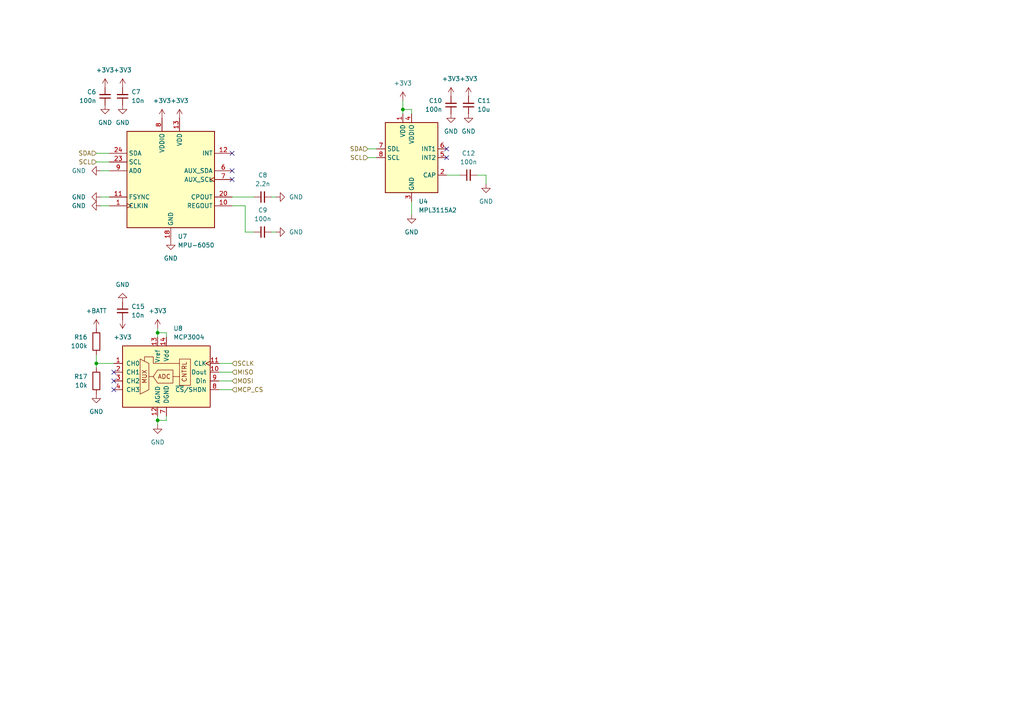
<source format=kicad_sch>
(kicad_sch (version 20211123) (generator eeschema)
  (paper "A4")
  (lib_symbols
    (symbol "Analog_ADC:MCP3004" (pin_names (offset 1.016))
      (property "Reference" "U" (at -11.43 8.89 0))
      (property "Value" "MCP3004" (at 10.16 8.89 0))
      (symbol "MCP3004_0_0"
        (text "ADC" (at -0.635 -1.27 0) (effects (font (size 1.27 1.27))))
        (text "CNTRL" (at 5.969 -2.921 900) (effects (font (size 1.27 1.27)) (justify left bottom)))
        (text "MUX" (at -6.35 -1.27 900) (effects (font (size 1.27 1.27))))
      )
      (symbol "MCP3004_0_1"
        (polyline (pts (xy -5.08 -1.27) (xy -3.81 -1.27)))
        (polyline (pts (xy 1.905 -1.27) (xy 3.81 -1.27)))
        (polyline (pts (xy -7.62 3.81) (xy -7.62 -6.35) (xy -5.08 -5.08) (xy -5.08 2.54) (xy -7.62 3.81)))
        (polyline (pts (xy 3.81 2.54) (xy -3.81 2.54) (xy -3.81 4.445) (xy -6.35 4.445) (xy -6.35 3.175)))
        (polyline (pts (xy -3.81 -1.27) (xy -2.54 0.635) (xy 1.905 0.635) (xy 1.905 -3.175) (xy -2.54 -3.175) (xy -3.81 -1.27)))
        (rectangle (start 3.81 -3.81) (end 6.985 3.81))
        (rectangle (start 12.7 7.62) (end -12.7 -10.16) (stroke (width 0.254)) (fill (type background)))
      )
      (symbol "MCP3004_1_1"
        (pin input line (at -15.24 2.54 0) (length 2.54) (name "CH0") (number "1"))
        (pin output line (at 15.24 0 180) (length 2.54) (name "Dout") (number "10"))
        (pin input clock (at 15.24 2.54 180) (length 2.54) (name "CLK") (number "11"))
        (pin power_in line (at -2.54 -12.7 90) (length 2.54) (name "AGND") (number "12"))
        (pin power_in line (at -2.54 10.16 270) (length 2.54) (name "Vref") (number "13"))
        (pin power_in line (at 0 10.16 270) (length 2.54) (name "Vdd") (number "14"))
        (pin input line (at -15.24 0 0) (length 2.54) (name "CH1") (number "2"))
        (pin input line (at -15.24 -2.54 0) (length 2.54) (name "CH2") (number "3"))
        (pin input line (at -15.24 -5.08 0) (length 2.54) (name "CH3") (number "4"))
        (pin no_connect line (at -15.24 5.08 0) (length 2.54) hide (name "NC") (number "5"))
        (pin no_connect line (at -15.24 -7.62 0) (length 2.54) hide (name "NC") (number "6"))
        (pin power_in line (at 0 -12.7 90) (length 2.54) (name "DGND") (number "7"))
        (pin input line (at 15.24 -5.08 180) (length 2.54) (name "~{CS}/SHDN") (number "8"))
        (pin input line (at 15.24 -2.54 180) (length 2.54) (name "Din") (number "9"))
      )
    )
    (symbol "Device:C_Small" (pin_numbers hide) (pin_names (offset 0.254) hide)
      (property "Reference" "C" (at 0.254 1.778 0))
      (property "Value" "C_Small" (at 0.254 -2.032 0))
      (symbol "C_Small_0_1"
        (polyline (pts (xy -1.524 -0.508) (xy 1.524 -0.508)) (stroke (width 0.3302)))
        (polyline (pts (xy -1.524 0.508) (xy 1.524 0.508)) (stroke (width 0.3048)))
      )
      (symbol "C_Small_1_1"
        (pin passive line (at 0 2.54 270) (length 2.032) (name "~") (number "1"))
        (pin passive line (at 0 -2.54 90) (length 2.032) (name "~") (number "2"))
      )
    )
    (symbol "Device:R" (pin_numbers hide) (pin_names (offset 0))
      (property "Reference" "R" (at 2.032 0 90))
      (property "Value" "R" (at 0 0 90))
      (symbol "R_0_1"
        (rectangle (start -1.016 -2.54) (end 1.016 2.54) (stroke (width 0.254)))
      )
      (symbol "R_1_1"
        (pin passive line (at 0 3.81 270) (length 1.27) (name "~") (number "1"))
        (pin passive line (at 0 -3.81 90) (length 1.27) (name "~") (number "2"))
      )
    )
    (symbol "Sensor_Motion:MPU-6050"
      (property "Reference" "U" (at -11.43 13.97 0))
      (property "Value" "MPU-6050" (at 7.62 -15.24 0))
      (symbol "MPU-6050_0_0"
        (text "" (at 12.7 -2.54 0) (effects (font (size 1.27 1.27))))
      )
      (symbol "MPU-6050_0_1"
        (rectangle (start -12.7 13.97) (end 12.7 -13.97) (stroke (width 0.254)) (fill (type background)))
      )
      (symbol "MPU-6050_1_1"
        (pin input clock (at -17.78 -7.62 0) (length 5.08) (name "CLKIN") (number "1"))
        (pin passive line (at 17.78 -7.62 180) (length 5.08) (name "REGOUT") (number "10"))
        (pin input line (at -17.78 -5.08 0) (length 5.08) (name "FSYNC") (number "11"))
        (pin output line (at 17.78 7.62 180) (length 5.08) (name "INT") (number "12"))
        (pin power_in line (at 2.54 17.78 270) (length 3.81) (name "VDD") (number "13"))
        (pin no_connect line (at -12.7 -10.16 0) (length 2.54) hide (name "NC") (number "14"))
        (pin no_connect line (at 12.7 12.7 180) (length 2.54) hide (name "NC") (number "15"))
        (pin no_connect line (at 12.7 10.16 180) (length 2.54) hide (name "NC") (number "16"))
        (pin no_connect line (at 12.7 5.08 180) (length 2.54) hide (name "NC") (number "17"))
        (pin power_in line (at 0 -17.78 90) (length 3.81) (name "GND") (number "18"))
        (pin no_connect line (at 12.7 -10.16 180) (length 2.54) hide (name "NC") (number "19"))
        (pin no_connect line (at -12.7 12.7 0) (length 2.54) hide (name "NC") (number "2"))
        (pin passive line (at 17.78 -5.08 180) (length 5.08) (name "CPOUT") (number "20"))
        (pin no_connect line (at 12.7 -2.54 180) (length 2.54) hide (name "NC") (number "21"))
        (pin no_connect line (at 12.7 -12.7 180) (length 2.54) hide (name "NC") (number "22"))
        (pin input line (at -17.78 5.08 0) (length 5.08) (name "SCL") (number "23"))
        (pin bidirectional line (at -17.78 7.62 0) (length 5.08) (name "SDA") (number "24"))
        (pin no_connect line (at -12.7 10.16 0) (length 2.54) hide (name "NC") (number "3"))
        (pin no_connect line (at -12.7 0 0) (length 2.54) hide (name "NC") (number "4"))
        (pin no_connect line (at -12.7 -2.54 0) (length 2.54) hide (name "NC") (number "5"))
        (pin bidirectional line (at 17.78 2.54 180) (length 5.08) (name "AUX_SDA") (number "6"))
        (pin output clock (at 17.78 0 180) (length 5.08) (name "AUX_SCL") (number "7"))
        (pin power_in line (at -2.54 17.78 270) (length 3.81) (name "VDDIO") (number "8"))
        (pin input line (at -17.78 2.54 0) (length 5.08) (name "AD0") (number "9"))
      )
    )
    (symbol "Sensor_Pressure:MPL3115A2"
      (property "Reference" "U" (at -6.35 11.43 0))
      (property "Value" "MPL3115A2" (at 6.35 11.43 0))
      (symbol "MPL3115A2_0_1"
        (rectangle (start 7.62 10.16) (end -7.62 -10.16) (stroke (width 0.254)) (fill (type background)))
      )
      (symbol "MPL3115A2_1_1"
        (pin power_in line (at -2.54 12.7 270) (length 2.54) (name "VDD") (number "1"))
        (pin passive line (at 10.16 -5.08 180) (length 2.54) (name "CAP") (number "2"))
        (pin power_in line (at 0 -12.7 90) (length 2.54) (name "GND") (number "3"))
        (pin power_in line (at 0 12.7 270) (length 2.54) (name "VDDIO") (number "4"))
        (pin open_collector line (at 10.16 0 180) (length 2.54) (name "INT2") (number "5"))
        (pin open_collector line (at 10.16 2.54 180) (length 2.54) (name "INT1") (number "6"))
        (pin bidirectional line (at -10.16 2.54 0) (length 2.54) (name "SDL") (number "7"))
        (pin input line (at -10.16 0 0) (length 2.54) (name "SCL") (number "8"))
      )
    )
    (symbol "power:+3V3" (power) (pin_names (offset 0))
      (property "Value" "+3V3" (at 0 3.556 0))
      (symbol "+3V3_0_1"
        (polyline (pts (xy -0.762 1.27) (xy 0 2.54)))
        (polyline (pts (xy 0 0) (xy 0 2.54)))
        (polyline (pts (xy 0 2.54) (xy 0.762 1.27)))
      )
      (symbol "+3V3_1_1"
        (pin power_in line (at 0 0 90) (length 0) hide (name "+3V3") (number "1"))
      )
    )
    (symbol "power:+BATT" (power) (pin_names (offset 0))
      (property "Value" "+BATT" (at 0 3.556 0))
      (symbol "+BATT_0_1"
        (polyline (pts (xy -0.762 1.27) (xy 0 2.54)))
        (polyline (pts (xy 0 0) (xy 0 2.54)))
        (polyline (pts (xy 0 2.54) (xy 0.762 1.27)))
      )
      (symbol "+BATT_1_1"
        (pin power_in line (at 0 0 90) (length 0) hide (name "+BATT") (number "1"))
      )
    )
    (symbol "power:GND" (power) (pin_names (offset 0))
      (property "Value" "GND" (at 0 -3.81 0))
      (symbol "GND_0_1"
        (polyline (pts (xy 0 0) (xy 0 -1.27) (xy 1.27 -1.27) (xy 0 -2.54) (xy -1.27 -1.27) (xy 0 -1.27)))
      )
      (symbol "GND_1_1"
        (pin power_in line (at 0 0 270) (length 0) hide (name "GND") (number "1"))
      )
    )
  )
  (junction (at 116.84 31.75))
  (junction (at 45.72 121.92))
  (junction (at 27.94 105.41))
  (junction (at 45.72 96.52))
  (no_connect (at 33.02 107.95))
  (no_connect (at 33.02 113.03))
  (no_connect (at 67.31 49.53))
  (no_connect (at 129.54 43.18))
  (no_connect (at 67.31 52.07))
  (no_connect (at 129.54 45.72))
  (no_connect (at 33.02 110.49))
  (no_connect (at 67.31 44.45))
  (wire (pts (xy 63.5 110.49) (xy 67.31 110.49)))
  (wire (pts (xy 29.21 57.15) (xy 31.75 57.15)))
  (wire (pts (xy 140.97 53.34) (xy 140.97 50.8)))
  (wire (pts (xy 27.94 102.87) (xy 27.94 105.41)))
  (wire (pts (xy 119.38 31.75) (xy 119.38 33.02)))
  (wire (pts (xy 48.26 121.92) (xy 48.26 120.65)))
  (wire (pts (xy 27.94 105.41) (xy 33.02 105.41)))
  (wire (pts (xy 71.12 67.31) (xy 71.12 59.69)))
  (wire (pts (xy 45.72 123.19) (xy 45.72 121.92)))
  (wire (pts (xy 71.12 59.69) (xy 67.31 59.69)))
  (wire (pts (xy 45.72 96.52) (xy 45.72 97.79)))
  (wire (pts (xy 78.74 57.15) (xy 80.01 57.15)))
  (wire (pts (xy 78.74 67.31) (xy 80.01 67.31)))
  (wire (pts (xy 129.54 50.8) (xy 133.35 50.8)))
  (wire (pts (xy 45.72 121.92) (xy 48.26 121.92)))
  (wire (pts (xy 106.68 45.72) (xy 109.22 45.72)))
  (wire (pts (xy 45.72 96.52) (xy 48.26 96.52)))
  (wire (pts (xy 67.31 57.15) (xy 73.66 57.15)))
  (wire (pts (xy 116.84 29.21) (xy 116.84 31.75)))
  (wire (pts (xy 73.66 67.31) (xy 71.12 67.31)))
  (wire (pts (xy 63.5 105.41) (xy 67.31 105.41)))
  (wire (pts (xy 106.68 43.18) (xy 109.22 43.18)))
  (wire (pts (xy 45.72 120.65) (xy 45.72 121.92)))
  (wire (pts (xy 116.84 31.75) (xy 119.38 31.75)))
  (wire (pts (xy 140.97 50.8) (xy 138.43 50.8)))
  (wire (pts (xy 29.21 59.69) (xy 31.75 59.69)))
  (wire (pts (xy 45.72 95.25) (xy 45.72 96.52)))
  (wire (pts (xy 116.84 31.75) (xy 116.84 33.02)))
  (wire (pts (xy 29.21 49.53) (xy 31.75 49.53)))
  (wire (pts (xy 63.5 107.95) (xy 67.31 107.95)))
  (wire (pts (xy 63.5 113.03) (xy 67.31 113.03)))
  (wire (pts (xy 48.26 96.52) (xy 48.26 97.79)))
  (wire (pts (xy 27.94 106.68) (xy 27.94 105.41)))
  (wire (pts (xy 27.94 44.45) (xy 31.75 44.45)))
  (wire (pts (xy 27.94 46.99) (xy 31.75 46.99)))
  (wire (pts (xy 119.38 58.42) (xy 119.38 62.23)))
  (hierarchical_label "SCLK" (shape input) (at 67.31 105.41 0))
  (hierarchical_label "MCP_CS" (shape input) (at 67.31 113.03 0))
  (hierarchical_label "SDA" (shape input) (at 27.94 44.45 180))
  (hierarchical_label "SDA" (shape input) (at 106.68 43.18 180))
  (hierarchical_label "SCL" (shape input) (at 27.94 46.99 180))
  (hierarchical_label "MOSI" (shape input) (at 67.31 110.49 0))
  (hierarchical_label "MISO" (shape input) (at 67.31 107.95 0))
  (hierarchical_label "SCL" (shape input) (at 106.68 45.72 180))
  (symbol (lib_id "power:+3V3") (at 116.84 29.21 0) (unit 1)
    (property "Reference" "#PWR0125" (effects hide))
    (property "Value" "+3V3" (at 116.84 24.13 0))
  )
  (symbol (lib_id "power:+3V3") (at 52.07 34.29 0) (unit 1)
    (property "Reference" "#PWR0109" (effects hide))
    (property "Value" "+3V3" (at 52.07 29.21 0))
  )
  (symbol (lib_id "Device:R") (at 27.94 110.49 180) (unit 1)
    (property "Reference" "R17" (at 25.4 109.2199 0) (effects (justify left)))
    (property "Value" "10k" (at 25.4 111.7599 0) (effects (justify left)))
    (property "Footprint" "Resistor_SMD:R_0603_1608Metric" (effects hide))
  )
  (symbol (lib_id "power:GND") (at 49.53 69.85 0) (unit 1)
    (property "Reference" "#PWR0111" (effects hide))
    (property "Value" "GND" (at 49.53 74.93 0))
  )
  (symbol (lib_id "Device:C_Small") (at 35.56 27.94 180) (unit 1)
    (property "Reference" "C7" (at 38.1 26.6635 0) (effects (justify right)))
    (property "Value" "10n" (at 38.1 29.2035 0) (effects (justify right)))
    (property "Footprint" "Capacitor_SMD:C_0603_1608Metric" (effects hide))
  )
  (symbol (lib_id "power:GND") (at 130.81 33.02 0) (unit 1)
    (property "Reference" "#PWR0123" (effects hide))
    (property "Value" "GND" (at 130.81 38.1 0))
  )
  (symbol (lib_id "power:GND") (at 140.97 53.34 0) (unit 1)
    (property "Reference" "#PWR0120" (effects hide))
    (property "Value" "GND" (at 140.97 58.42 0))
  )
  (symbol (lib_id "Device:C_Small") (at 76.2 57.15 90) (unit 1)
    (property "Reference" "C8" (at 76.2063 50.8 90))
    (property "Value" "2.2n" (at 76.2063 53.34 90))
    (property "Footprint" "Capacitor_SMD:C_0603_1608Metric" (effects hide))
  )
  (symbol (lib_id "Sensor_Motion:MPU-6050") (at 49.53 52.07 0) (unit 1)
    (property "Reference" "U7" (at 51.5494 68.58 0) (effects (justify left)))
    (property "Value" "MPU-6050" (at 51.5494 71.12 0) (effects (justify left)))
    (property "Footprint" "Sensor_Motion:InvenSense_QFN-24_4x4mm_P0.5mm" (effects hide))
    (property "Datasheet" "https://store.invensense.com/datasheets/invensense/MPU-6050_DataSheet_V3%204.pdf" (effects hide))
  )
  (symbol (lib_id "Device:C_Small") (at 35.56 90.17 0) (unit 1)
    (property "Reference" "C15" (at 38.1 88.9062 0) (effects (justify left)))
    (property "Value" "10n" (at 38.1 91.4462 0) (effects (justify left)))
    (property "Footprint" "Capacitor_SMD:C_0603_1608Metric" (effects hide))
  )
  (symbol (lib_id "power:+3V3") (at 35.56 92.71 180) (unit 1)
    (property "Reference" "#PWR0136" (effects hide))
    (property "Value" "+3V3" (at 35.56 97.79 0))
  )
  (symbol (lib_id "Sensor_Pressure:MPL3115A2") (at 119.38 45.72 0) (unit 1)
    (property "Reference" "U4" (at 121.3994 58.42 0) (effects (justify left)))
    (property "Value" "MPL3115A2" (at 121.3994 60.96 0) (effects (justify left)))
    (property "Footprint" "Package_LGA:NXP_LGA-8_3x5mm_P1.25mm_H1.1mm" (effects hide))
    (property "Datasheet" "https://www.nxp.com/docs/en/data-sheet/MPL3115A2.pdf" (effects hide))
  )
  (symbol (lib_id "power:GND") (at 45.72 123.19 0) (unit 1)
    (property "Reference" "#PWR0133" (effects hide))
    (property "Value" "GND" (at 45.72 128.27 0))
  )
  (symbol (lib_id "power:GND") (at 29.21 49.53 270) (unit 1)
    (property "Reference" "#PWR0119" (effects hide))
    (property "Value" "GND" (at 22.86 49.53 90))
  )
  (symbol (lib_id "power:GND") (at 135.89 33.02 0) (unit 1)
    (property "Reference" "#PWR0121" (effects hide))
    (property "Value" "GND" (at 135.89 38.1 0))
  )
  (symbol (lib_id "power:+BATT") (at 27.94 95.25 0) (unit 1)
    (property "Reference" "#PWR0131" (effects hide))
    (property "Value" "+BATT" (at 27.94 90.17 0))
  )
  (symbol (lib_id "power:+3V3") (at 130.81 27.94 0) (unit 1)
    (property "Reference" "#PWR0124" (effects hide))
    (property "Value" "+3V3" (at 130.81 22.86 0))
  )
  (symbol (lib_id "power:GND") (at 119.38 62.23 0) (unit 1)
    (property "Reference" "#PWR017" (effects hide))
    (property "Value" "GND" (at 119.38 67.31 0))
  )
  (symbol (lib_id "power:GND") (at 27.94 114.3 0) (unit 1)
    (property "Reference" "#PWR0132" (effects hide))
    (property "Value" "GND" (at 27.94 119.38 0))
  )
  (symbol (lib_id "Analog_ADC:MCP3004") (at 48.26 107.95 0) (unit 1)
    (property "Reference" "U8" (at 50.2794 95.25 0) (effects (justify left)))
    (property "Value" "MCP3004" (at 50.2794 97.79 0) (effects (justify left)))
    (property "Footprint" "Package_SO:SOIC-14_3.9x8.7mm_P1.27mm" (effects hide))
    (property "Datasheet" "http://ww1.microchip.com/downloads/en/DeviceDoc/21295C.pdf" (effects hide))
  )
  (symbol (lib_id "power:GND") (at 80.01 67.31 90) (unit 1)
    (property "Reference" "#PWR0113" (effects hide))
    (property "Value" "GND" (at 83.82 67.3099 90) (effects (justify right)))
  )
  (symbol (lib_id "power:+3V3") (at 46.99 34.29 0) (unit 1)
    (property "Reference" "#PWR0108" (effects hide))
    (property "Value" "+3V3" (at 46.99 29.21 0))
  )
  (symbol (lib_id "power:GND") (at 35.56 30.48 0) (unit 1)
    (property "Reference" "#PWR0115" (effects hide))
    (property "Value" "GND" (at 35.56 35.56 0))
  )
  (symbol (lib_id "Device:C_Small") (at 30.48 27.94 180) (unit 1)
    (property "Reference" "C6" (at 27.94 26.6635 0) (effects (justify left)))
    (property "Value" "100n" (at 27.94 29.2035 0) (effects (justify left)))
    (property "Footprint" "Capacitor_SMD:C_0603_1608Metric" (effects hide))
  )
  (symbol (lib_id "power:GND") (at 80.01 57.15 90) (unit 1)
    (property "Reference" "#PWR0112" (effects hide))
    (property "Value" "GND" (at 83.82 57.1499 90) (effects (justify right)))
  )
  (symbol (lib_id "Device:C_Small") (at 135.89 30.48 180) (unit 1)
    (property "Reference" "C11" (at 138.43 29.2035 0) (effects (justify right)))
    (property "Value" "10u" (at 138.43 31.7435 0) (effects (justify right)))
    (property "Footprint" "Capacitor_SMD:C_0603_1608Metric" (effects hide))
  )
  (symbol (lib_id "power:GND") (at 29.21 59.69 270) (unit 1)
    (property "Reference" "#PWR0117" (effects hide))
    (property "Value" "GND" (at 22.86 59.69 90))
  )
  (symbol (lib_id "power:GND") (at 29.21 57.15 270) (unit 1)
    (property "Reference" "#PWR0118" (effects hide))
    (property "Value" "GND" (at 22.86 57.15 90))
  )
  (symbol (lib_id "power:GND") (at 30.48 30.48 0) (unit 1)
    (property "Reference" "#PWR0110" (effects hide))
    (property "Value" "GND" (at 30.48 35.56 0))
  )
  (symbol (lib_id "power:+3V3") (at 45.72 95.25 0) (unit 1)
    (property "Reference" "#PWR0134" (effects hide))
    (property "Value" "+3V3" (at 45.72 90.17 0))
  )
  (symbol (lib_id "power:GND") (at 35.56 87.63 180) (unit 1)
    (property "Reference" "#PWR0135" (effects hide))
    (property "Value" "GND" (at 35.56 82.55 0))
  )
  (symbol (lib_id "power:+3V3") (at 135.89 27.94 0) (unit 1)
    (property "Reference" "#PWR0122" (effects hide))
    (property "Value" "+3V3" (at 135.89 22.86 0))
  )
  (symbol (lib_id "Device:C_Small") (at 135.89 50.8 90) (unit 1)
    (property "Reference" "C12" (at 135.8963 44.45 90))
    (property "Value" "100n" (at 135.8963 46.99 90))
    (property "Footprint" "Capacitor_SMD:C_0603_1608Metric" (effects hide))
  )
  (symbol (lib_id "Device:C_Small") (at 76.2 67.31 90) (unit 1)
    (property "Reference" "C9" (at 76.2063 60.96 90))
    (property "Value" "100n" (at 76.2063 63.5 90))
    (property "Footprint" "Capacitor_SMD:C_0603_1608Metric" (effects hide))
  )
  (symbol (lib_id "Device:C_Small") (at 130.81 30.48 180) (unit 1)
    (property "Reference" "C10" (at 128.27 29.2035 0) (effects (justify left)))
    (property "Value" "100n" (at 128.27 31.7435 0) (effects (justify left)))
    (property "Footprint" "Capacitor_SMD:C_0603_1608Metric" (effects hide))
  )
  (symbol (lib_id "power:+3V3") (at 30.48 25.4 0) (unit 1)
    (property "Reference" "#PWR0116" (effects hide))
    (property "Value" "+3V3" (at 30.48 20.32 0))
  )
  (symbol (lib_id "Device:R") (at 27.94 99.06 180) (unit 1)
    (property "Reference" "R16" (at 25.4 97.7899 0) (effects (justify left)))
    (property "Value" "100k" (at 25.4 100.3299 0) (effects (justify left)))
    (property "Footprint" "Resistor_SMD:R_0603_1608Metric" (effects hide))
  )
  (symbol (lib_id "power:+3V3") (at 35.56 25.4 0) (unit 1)
    (property "Reference" "#PWR0114" (effects hide))
    (property "Value" "+3V3" (at 35.56 20.32 0))
  )
)
</source>
